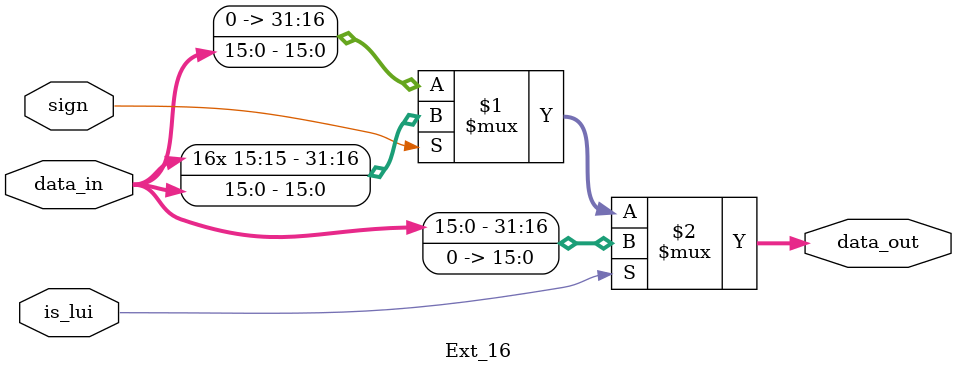
<source format=v>
`timescale 1ns / 1ps

module Ext_16(
    input [15:0]data_in,
    input sign,
    input is_lui,
    output [31:0]data_out
    );
    assign data_out= is_lui ? {data_in,16'b0} : (sign ? {{16{data_in[15]}},data_in} : {{16{1'b0}},data_in});
    endmodule
</source>
